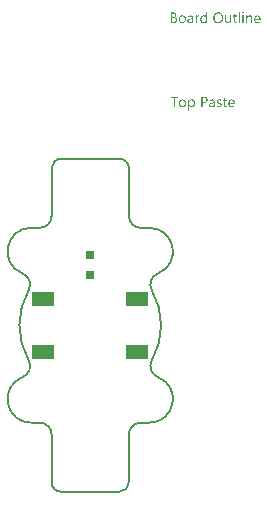
<source format=gtp>
G04*
G04 #@! TF.GenerationSoftware,Altium Limited,Altium Designer,21.8.1 (53)*
G04*
G04 Layer_Color=8421504*
%FSAX25Y25*%
%MOIN*%
G70*
G04*
G04 #@! TF.SameCoordinates,94FE2971-EC38-410B-9373-26AABD127CE3*
G04*
G04*
G04 #@! TF.FilePolarity,Positive*
G04*
G01*
G75*
%ADD10C,0.00787*%
%ADD15R,0.02756X0.02756*%
%ADD16R,0.07480X0.05118*%
G36*
X0050981Y0136890D02*
X0051006D01*
X0051061Y0136865D01*
X0051092Y0136846D01*
X0051123Y0136821D01*
X0051129Y0136815D01*
X0051135Y0136809D01*
X0051166Y0136772D01*
X0051191Y0136710D01*
X0051197Y0136673D01*
X0051204Y0136636D01*
Y0136629D01*
Y0136617D01*
X0051197Y0136599D01*
X0051191Y0136574D01*
X0051173Y0136512D01*
X0051148Y0136481D01*
X0051123Y0136450D01*
X0051117D01*
X0051111Y0136438D01*
X0051074Y0136413D01*
X0051018Y0136388D01*
X0050981Y0136382D01*
X0050944Y0136376D01*
X0050925D01*
X0050906Y0136382D01*
X0050882D01*
X0050820Y0136407D01*
X0050789Y0136419D01*
X0050758Y0136444D01*
Y0136450D01*
X0050745Y0136456D01*
X0050733Y0136475D01*
X0050721Y0136493D01*
X0050696Y0136555D01*
X0050690Y0136592D01*
X0050684Y0136636D01*
Y0136642D01*
Y0136654D01*
X0050690Y0136673D01*
X0050696Y0136704D01*
X0050715Y0136759D01*
X0050733Y0136791D01*
X0050758Y0136821D01*
X0050764Y0136828D01*
X0050770Y0136834D01*
X0050807Y0136858D01*
X0050869Y0136883D01*
X0050906Y0136896D01*
X0050962D01*
X0050981Y0136890D01*
D02*
G37*
G36*
X0038991Y0133225D02*
X0038588D01*
Y0133646D01*
X0038576D01*
Y0133640D01*
X0038564Y0133627D01*
X0038545Y0133603D01*
X0038526Y0133572D01*
X0038495Y0133535D01*
X0038458Y0133497D01*
X0038415Y0133454D01*
X0038366Y0133411D01*
X0038310Y0133361D01*
X0038242Y0133318D01*
X0038174Y0133281D01*
X0038093Y0133244D01*
X0038013Y0133213D01*
X0037920Y0133188D01*
X0037821Y0133176D01*
X0037716Y0133169D01*
X0037672D01*
X0037635Y0133176D01*
X0037598Y0133182D01*
X0037548Y0133188D01*
X0037443Y0133213D01*
X0037319Y0133250D01*
X0037196Y0133312D01*
X0037128Y0133349D01*
X0037072Y0133392D01*
X0037010Y0133448D01*
X0036954Y0133504D01*
Y0133510D01*
X0036942Y0133522D01*
X0036929Y0133541D01*
X0036911Y0133565D01*
X0036892Y0133596D01*
X0036867Y0133640D01*
X0036843Y0133689D01*
X0036818Y0133745D01*
X0036787Y0133807D01*
X0036762Y0133875D01*
X0036737Y0133949D01*
X0036719Y0134030D01*
X0036700Y0134116D01*
X0036688Y0134215D01*
X0036682Y0134315D01*
X0036676Y0134420D01*
Y0134426D01*
Y0134444D01*
Y0134482D01*
X0036682Y0134525D01*
X0036688Y0134574D01*
X0036694Y0134636D01*
X0036700Y0134704D01*
X0036713Y0134779D01*
X0036750Y0134940D01*
X0036806Y0135107D01*
X0036843Y0135187D01*
X0036886Y0135268D01*
X0036929Y0135342D01*
X0036985Y0135416D01*
X0036991Y0135423D01*
X0036998Y0135435D01*
X0037016Y0135453D01*
X0037041Y0135478D01*
X0037072Y0135503D01*
X0037115Y0135534D01*
X0037159Y0135571D01*
X0037208Y0135608D01*
X0037332Y0135676D01*
X0037474Y0135738D01*
X0037555Y0135757D01*
X0037641Y0135775D01*
X0037728Y0135788D01*
X0037827Y0135794D01*
X0037876D01*
X0037914Y0135788D01*
X0037951Y0135782D01*
X0038000Y0135775D01*
X0038112Y0135744D01*
X0038236Y0135695D01*
X0038297Y0135664D01*
X0038359Y0135620D01*
X0038421Y0135577D01*
X0038477Y0135521D01*
X0038526Y0135460D01*
X0038576Y0135385D01*
X0038588D01*
Y0136945D01*
X0038991D01*
Y0133225D01*
D02*
G37*
G36*
X0053259Y0135788D02*
X0053333Y0135782D01*
X0053426Y0135763D01*
X0053525Y0135732D01*
X0053630Y0135682D01*
X0053735Y0135614D01*
X0053779Y0135577D01*
X0053822Y0135528D01*
X0053834Y0135515D01*
X0053859Y0135478D01*
X0053890Y0135416D01*
X0053933Y0135330D01*
X0053970Y0135224D01*
X0054008Y0135094D01*
X0054032Y0134940D01*
X0054039Y0134760D01*
Y0133225D01*
X0053636D01*
Y0134655D01*
Y0134661D01*
Y0134692D01*
X0053630Y0134729D01*
Y0134779D01*
X0053618Y0134841D01*
X0053605Y0134909D01*
X0053587Y0134983D01*
X0053562Y0135057D01*
X0053531Y0135132D01*
X0053494Y0135200D01*
X0053444Y0135268D01*
X0053389Y0135330D01*
X0053327Y0135379D01*
X0053246Y0135416D01*
X0053160Y0135447D01*
X0053054Y0135453D01*
X0053042D01*
X0053005Y0135447D01*
X0052949Y0135441D01*
X0052881Y0135423D01*
X0052801Y0135398D01*
X0052714Y0135354D01*
X0052634Y0135299D01*
X0052553Y0135224D01*
X0052547Y0135212D01*
X0052522Y0135187D01*
X0052491Y0135138D01*
X0052454Y0135070D01*
X0052417Y0134989D01*
X0052386Y0134890D01*
X0052361Y0134779D01*
X0052355Y0134655D01*
Y0133225D01*
X0051953D01*
Y0135738D01*
X0052355D01*
Y0135317D01*
X0052367D01*
X0052373Y0135323D01*
X0052380Y0135336D01*
X0052398Y0135361D01*
X0052423Y0135391D01*
X0052448Y0135429D01*
X0052485Y0135466D01*
X0052528Y0135509D01*
X0052578Y0135559D01*
X0052634Y0135602D01*
X0052695Y0135645D01*
X0052763Y0135682D01*
X0052838Y0135720D01*
X0052912Y0135750D01*
X0052999Y0135775D01*
X0053092Y0135788D01*
X0053191Y0135794D01*
X0053228D01*
X0053259Y0135788D01*
D02*
G37*
G36*
X0036261Y0135775D02*
X0036335Y0135769D01*
X0036378Y0135757D01*
X0036410Y0135744D01*
Y0135330D01*
X0036403Y0135336D01*
X0036391Y0135342D01*
X0036366Y0135354D01*
X0036335Y0135373D01*
X0036292Y0135385D01*
X0036236Y0135398D01*
X0036174Y0135404D01*
X0036106Y0135410D01*
X0036094D01*
X0036063Y0135404D01*
X0036013Y0135398D01*
X0035958Y0135379D01*
X0035883Y0135348D01*
X0035815Y0135305D01*
X0035741Y0135243D01*
X0035673Y0135162D01*
X0035667Y0135150D01*
X0035648Y0135119D01*
X0035617Y0135063D01*
X0035586Y0134989D01*
X0035555Y0134896D01*
X0035524Y0134779D01*
X0035506Y0134649D01*
X0035500Y0134500D01*
Y0133225D01*
X0035097D01*
Y0135738D01*
X0035500D01*
Y0135218D01*
X0035512D01*
Y0135224D01*
X0035518Y0135231D01*
X0035530Y0135261D01*
X0035549Y0135311D01*
X0035580Y0135373D01*
X0035611Y0135435D01*
X0035660Y0135503D01*
X0035710Y0135571D01*
X0035772Y0135633D01*
X0035778Y0135639D01*
X0035803Y0135658D01*
X0035840Y0135682D01*
X0035890Y0135707D01*
X0035945Y0135732D01*
X0036013Y0135757D01*
X0036088Y0135775D01*
X0036168Y0135782D01*
X0036224D01*
X0036261Y0135775D01*
D02*
G37*
G36*
X0047001Y0133225D02*
X0046598D01*
Y0133621D01*
X0046586D01*
Y0133615D01*
X0046573Y0133603D01*
X0046561Y0133578D01*
X0046536Y0133553D01*
X0046481Y0133479D01*
X0046394Y0133398D01*
X0046344Y0133355D01*
X0046289Y0133312D01*
X0046227Y0133274D01*
X0046152Y0133237D01*
X0046078Y0133213D01*
X0045998Y0133188D01*
X0045905Y0133176D01*
X0045812Y0133169D01*
X0045775D01*
X0045732Y0133176D01*
X0045670Y0133188D01*
X0045602Y0133200D01*
X0045527Y0133225D01*
X0045447Y0133256D01*
X0045366Y0133306D01*
X0045280Y0133361D01*
X0045199Y0133429D01*
X0045125Y0133516D01*
X0045057Y0133621D01*
X0044995Y0133739D01*
X0044952Y0133881D01*
X0044927Y0134048D01*
X0044914Y0134135D01*
Y0134234D01*
Y0135738D01*
X0045311D01*
Y0134296D01*
Y0134290D01*
Y0134265D01*
X0045317Y0134222D01*
X0045323Y0134172D01*
X0045329Y0134110D01*
X0045342Y0134048D01*
X0045360Y0133974D01*
X0045385Y0133900D01*
X0045422Y0133825D01*
X0045459Y0133757D01*
X0045509Y0133689D01*
X0045571Y0133627D01*
X0045639Y0133578D01*
X0045719Y0133541D01*
X0045818Y0133510D01*
X0045924Y0133504D01*
X0045936D01*
X0045973Y0133510D01*
X0046029Y0133516D01*
X0046091Y0133528D01*
X0046171Y0133559D01*
X0046252Y0133596D01*
X0046332Y0133646D01*
X0046406Y0133720D01*
X0046413Y0133733D01*
X0046437Y0133757D01*
X0046468Y0133807D01*
X0046505Y0133875D01*
X0046536Y0133955D01*
X0046567Y0134055D01*
X0046592Y0134166D01*
X0046598Y0134290D01*
Y0135738D01*
X0047001D01*
Y0133225D01*
D02*
G37*
G36*
X0051135D02*
X0050733D01*
Y0135738D01*
X0051135D01*
Y0133225D01*
D02*
G37*
G36*
X0049916D02*
X0049514D01*
Y0136945D01*
X0049916D01*
Y0133225D01*
D02*
G37*
G36*
X0033537Y0135788D02*
X0033593Y0135782D01*
X0033661Y0135763D01*
X0033735Y0135744D01*
X0033816Y0135713D01*
X0033902Y0135676D01*
X0033983Y0135627D01*
X0034064Y0135565D01*
X0034138Y0135491D01*
X0034206Y0135398D01*
X0034262Y0135292D01*
X0034305Y0135169D01*
X0034330Y0135026D01*
X0034342Y0134859D01*
Y0133225D01*
X0033940D01*
Y0133615D01*
X0033927D01*
Y0133609D01*
X0033915Y0133596D01*
X0033902Y0133572D01*
X0033878Y0133547D01*
X0033816Y0133473D01*
X0033735Y0133392D01*
X0033624Y0133312D01*
X0033494Y0133237D01*
X0033413Y0133213D01*
X0033333Y0133188D01*
X0033246Y0133176D01*
X0033154Y0133169D01*
X0033116D01*
X0033092Y0133176D01*
X0033024Y0133182D01*
X0032943Y0133194D01*
X0032844Y0133219D01*
X0032751Y0133250D01*
X0032652Y0133299D01*
X0032566Y0133361D01*
X0032559Y0133374D01*
X0032535Y0133398D01*
X0032497Y0133442D01*
X0032460Y0133504D01*
X0032423Y0133578D01*
X0032386Y0133665D01*
X0032361Y0133770D01*
X0032355Y0133887D01*
Y0133894D01*
Y0133918D01*
X0032361Y0133955D01*
X0032367Y0133999D01*
X0032380Y0134055D01*
X0032398Y0134116D01*
X0032423Y0134185D01*
X0032460Y0134253D01*
X0032504Y0134327D01*
X0032559Y0134401D01*
X0032627Y0134469D01*
X0032708Y0134531D01*
X0032801Y0134593D01*
X0032912Y0134643D01*
X0033036Y0134680D01*
X0033184Y0134711D01*
X0033940Y0134816D01*
Y0134822D01*
Y0134841D01*
X0033933Y0134878D01*
Y0134915D01*
X0033921Y0134964D01*
X0033915Y0135020D01*
X0033878Y0135138D01*
X0033847Y0135193D01*
X0033816Y0135249D01*
X0033773Y0135305D01*
X0033723Y0135354D01*
X0033661Y0135398D01*
X0033593Y0135429D01*
X0033513Y0135447D01*
X0033420Y0135453D01*
X0033376D01*
X0033345Y0135447D01*
X0033302D01*
X0033259Y0135435D01*
X0033147Y0135416D01*
X0033024Y0135379D01*
X0032887Y0135323D01*
X0032813Y0135286D01*
X0032745Y0135249D01*
X0032671Y0135200D01*
X0032603Y0135144D01*
Y0135559D01*
X0032609D01*
X0032621Y0135571D01*
X0032640Y0135583D01*
X0032671Y0135596D01*
X0032702Y0135614D01*
X0032745Y0135633D01*
X0032794Y0135652D01*
X0032850Y0135676D01*
X0032974Y0135720D01*
X0033123Y0135757D01*
X0033283Y0135782D01*
X0033457Y0135794D01*
X0033494D01*
X0033537Y0135788D01*
D02*
G37*
G36*
X0027849Y0136735D02*
X0027892D01*
X0027935Y0136729D01*
X0028034Y0136716D01*
X0028152Y0136685D01*
X0028276Y0136648D01*
X0028393Y0136592D01*
X0028499Y0136518D01*
X0028505D01*
X0028511Y0136506D01*
X0028542Y0136481D01*
X0028585Y0136431D01*
X0028635Y0136363D01*
X0028678Y0136277D01*
X0028721Y0136178D01*
X0028752Y0136066D01*
X0028765Y0136004D01*
Y0135936D01*
Y0135930D01*
Y0135924D01*
Y0135887D01*
X0028759Y0135831D01*
X0028746Y0135763D01*
X0028728Y0135676D01*
X0028697Y0135590D01*
X0028660Y0135503D01*
X0028604Y0135416D01*
X0028598Y0135404D01*
X0028573Y0135379D01*
X0028536Y0135342D01*
X0028486Y0135292D01*
X0028424Y0135243D01*
X0028350Y0135187D01*
X0028257Y0135144D01*
X0028158Y0135101D01*
Y0135094D01*
X0028177D01*
X0028195Y0135088D01*
X0028214Y0135082D01*
X0028282Y0135070D01*
X0028363Y0135045D01*
X0028449Y0135008D01*
X0028542Y0134964D01*
X0028635Y0134903D01*
X0028721Y0134822D01*
X0028734Y0134810D01*
X0028759Y0134779D01*
X0028790Y0134735D01*
X0028833Y0134667D01*
X0028870Y0134581D01*
X0028907Y0134482D01*
X0028932Y0134364D01*
X0028938Y0134234D01*
Y0134228D01*
Y0134215D01*
Y0134191D01*
X0028932Y0134160D01*
X0028926Y0134123D01*
X0028920Y0134079D01*
X0028895Y0133974D01*
X0028858Y0133856D01*
X0028802Y0133733D01*
X0028765Y0133677D01*
X0028721Y0133615D01*
X0028666Y0133559D01*
X0028610Y0133504D01*
X0028604D01*
X0028598Y0133491D01*
X0028579Y0133479D01*
X0028554Y0133460D01*
X0028523Y0133442D01*
X0028480Y0133417D01*
X0028387Y0133367D01*
X0028270Y0133312D01*
X0028133Y0133268D01*
X0027972Y0133237D01*
X0027892Y0133231D01*
X0027799Y0133225D01*
X0026772D01*
Y0136741D01*
X0027818D01*
X0027849Y0136735D01*
D02*
G37*
G36*
X0048344Y0135738D02*
X0048981D01*
Y0135391D01*
X0048344D01*
Y0133974D01*
Y0133962D01*
Y0133931D01*
X0048350Y0133887D01*
X0048356Y0133832D01*
X0048381Y0133714D01*
X0048399Y0133658D01*
X0048430Y0133615D01*
X0048437Y0133609D01*
X0048449Y0133596D01*
X0048468Y0133584D01*
X0048499Y0133565D01*
X0048536Y0133541D01*
X0048585Y0133528D01*
X0048647Y0133516D01*
X0048715Y0133510D01*
X0048740D01*
X0048771Y0133516D01*
X0048808Y0133522D01*
X0048895Y0133547D01*
X0048938Y0133565D01*
X0048981Y0133590D01*
Y0133244D01*
X0048975D01*
X0048957Y0133231D01*
X0048926Y0133225D01*
X0048882Y0133213D01*
X0048827Y0133200D01*
X0048765Y0133188D01*
X0048690Y0133182D01*
X0048604Y0133176D01*
X0048573D01*
X0048542Y0133182D01*
X0048499Y0133188D01*
X0048449Y0133200D01*
X0048393Y0133213D01*
X0048338Y0133237D01*
X0048276Y0133268D01*
X0048214Y0133306D01*
X0048152Y0133355D01*
X0048096Y0133411D01*
X0048047Y0133485D01*
X0048003Y0133565D01*
X0047972Y0133665D01*
X0047948Y0133776D01*
X0047941Y0133906D01*
Y0135391D01*
X0047514D01*
Y0135738D01*
X0047941D01*
Y0136351D01*
X0048344Y0136481D01*
Y0135738D01*
D02*
G37*
G36*
X0055871Y0135788D02*
X0055914Y0135782D01*
X0055958Y0135775D01*
X0056069Y0135757D01*
X0056193Y0135713D01*
X0056317Y0135658D01*
X0056378Y0135620D01*
X0056440Y0135577D01*
X0056496Y0135528D01*
X0056552Y0135472D01*
X0056558Y0135466D01*
X0056564Y0135460D01*
X0056577Y0135441D01*
X0056595Y0135416D01*
X0056614Y0135379D01*
X0056638Y0135342D01*
X0056663Y0135299D01*
X0056688Y0135243D01*
X0056713Y0135181D01*
X0056737Y0135119D01*
X0056762Y0135045D01*
X0056781Y0134964D01*
X0056799Y0134878D01*
X0056812Y0134791D01*
X0056824Y0134692D01*
Y0134587D01*
Y0134376D01*
X0055048D01*
Y0134370D01*
Y0134358D01*
Y0134339D01*
X0055054Y0134308D01*
X0055060Y0134271D01*
Y0134234D01*
X0055079Y0134135D01*
X0055110Y0134036D01*
X0055147Y0133924D01*
X0055202Y0133819D01*
X0055270Y0133726D01*
X0055283Y0133714D01*
X0055308Y0133689D01*
X0055357Y0133658D01*
X0055425Y0133615D01*
X0055512Y0133572D01*
X0055611Y0133541D01*
X0055729Y0133516D01*
X0055865Y0133504D01*
X0055908D01*
X0055939Y0133510D01*
X0055976D01*
X0056019Y0133516D01*
X0056125Y0133541D01*
X0056242Y0133572D01*
X0056372Y0133621D01*
X0056508Y0133689D01*
X0056577Y0133733D01*
X0056645Y0133782D01*
Y0133405D01*
X0056638D01*
X0056632Y0133392D01*
X0056614Y0133386D01*
X0056583Y0133367D01*
X0056552Y0133349D01*
X0056515Y0133330D01*
X0056465Y0133312D01*
X0056416Y0133287D01*
X0056354Y0133262D01*
X0056286Y0133244D01*
X0056137Y0133206D01*
X0055964Y0133182D01*
X0055772Y0133169D01*
X0055722D01*
X0055685Y0133176D01*
X0055642Y0133182D01*
X0055586Y0133188D01*
X0055468Y0133213D01*
X0055332Y0133250D01*
X0055196Y0133312D01*
X0055128Y0133355D01*
X0055060Y0133398D01*
X0054998Y0133448D01*
X0054936Y0133510D01*
X0054930Y0133516D01*
X0054924Y0133528D01*
X0054911Y0133547D01*
X0054887Y0133572D01*
X0054868Y0133609D01*
X0054843Y0133652D01*
X0054812Y0133702D01*
X0054788Y0133757D01*
X0054757Y0133819D01*
X0054732Y0133894D01*
X0054701Y0133974D01*
X0054682Y0134061D01*
X0054664Y0134153D01*
X0054645Y0134253D01*
X0054639Y0134358D01*
X0054633Y0134469D01*
Y0134475D01*
Y0134494D01*
Y0134525D01*
X0054639Y0134568D01*
X0054645Y0134618D01*
X0054651Y0134674D01*
X0054658Y0134742D01*
X0054676Y0134810D01*
X0054713Y0134958D01*
X0054769Y0135119D01*
X0054806Y0135200D01*
X0054856Y0135274D01*
X0054905Y0135354D01*
X0054961Y0135423D01*
X0054967Y0135429D01*
X0054979Y0135441D01*
X0054998Y0135460D01*
X0055023Y0135478D01*
X0055054Y0135509D01*
X0055091Y0135540D01*
X0055140Y0135571D01*
X0055190Y0135608D01*
X0055308Y0135676D01*
X0055450Y0135738D01*
X0055530Y0135757D01*
X0055611Y0135775D01*
X0055698Y0135788D01*
X0055790Y0135794D01*
X0055840D01*
X0055871Y0135788D01*
D02*
G37*
G36*
X0042829Y0136797D02*
X0042890Y0136791D01*
X0042965Y0136778D01*
X0043045Y0136759D01*
X0043132Y0136741D01*
X0043218Y0136716D01*
X0043317Y0136685D01*
X0043410Y0136642D01*
X0043509Y0136592D01*
X0043608Y0136537D01*
X0043701Y0136469D01*
X0043794Y0136394D01*
X0043881Y0136308D01*
X0043887Y0136301D01*
X0043899Y0136283D01*
X0043924Y0136258D01*
X0043949Y0136221D01*
X0043986Y0136171D01*
X0044023Y0136109D01*
X0044060Y0136041D01*
X0044104Y0135967D01*
X0044147Y0135874D01*
X0044184Y0135782D01*
X0044221Y0135676D01*
X0044258Y0135559D01*
X0044283Y0135441D01*
X0044308Y0135311D01*
X0044320Y0135169D01*
X0044326Y0135026D01*
Y0135014D01*
Y0134989D01*
Y0134946D01*
X0044320Y0134884D01*
X0044314Y0134810D01*
X0044302Y0134729D01*
X0044289Y0134636D01*
X0044271Y0134531D01*
X0044246Y0134426D01*
X0044215Y0134315D01*
X0044178Y0134203D01*
X0044135Y0134092D01*
X0044079Y0133974D01*
X0044017Y0133869D01*
X0043949Y0133764D01*
X0043868Y0133665D01*
X0043862Y0133658D01*
X0043850Y0133646D01*
X0043819Y0133621D01*
X0043788Y0133590D01*
X0043738Y0133547D01*
X0043683Y0133510D01*
X0043621Y0133460D01*
X0043547Y0133417D01*
X0043466Y0133374D01*
X0043373Y0133324D01*
X0043274Y0133287D01*
X0043163Y0133250D01*
X0043045Y0133213D01*
X0042921Y0133188D01*
X0042791Y0133176D01*
X0042649Y0133169D01*
X0042618D01*
X0042575Y0133176D01*
X0042525D01*
X0042463Y0133182D01*
X0042389Y0133194D01*
X0042309Y0133213D01*
X0042216Y0133231D01*
X0042123Y0133256D01*
X0042024Y0133287D01*
X0041925Y0133330D01*
X0041826Y0133374D01*
X0041727Y0133429D01*
X0041628Y0133497D01*
X0041535Y0133572D01*
X0041448Y0133658D01*
X0041442Y0133665D01*
X0041430Y0133683D01*
X0041405Y0133708D01*
X0041380Y0133745D01*
X0041343Y0133794D01*
X0041306Y0133856D01*
X0041269Y0133924D01*
X0041225Y0134005D01*
X0041182Y0134092D01*
X0041145Y0134185D01*
X0041108Y0134290D01*
X0041071Y0134407D01*
X0041046Y0134525D01*
X0041021Y0134655D01*
X0041009Y0134797D01*
X0041003Y0134940D01*
Y0134952D01*
Y0134977D01*
X0041009Y0135020D01*
Y0135082D01*
X0041015Y0135150D01*
X0041027Y0135237D01*
X0041040Y0135330D01*
X0041058Y0135429D01*
X0041083Y0135534D01*
X0041114Y0135645D01*
X0041151Y0135757D01*
X0041194Y0135868D01*
X0041250Y0135980D01*
X0041312Y0136091D01*
X0041380Y0136196D01*
X0041460Y0136295D01*
X0041467Y0136301D01*
X0041479Y0136320D01*
X0041510Y0136345D01*
X0041547Y0136376D01*
X0041590Y0136413D01*
X0041646Y0136456D01*
X0041714Y0136500D01*
X0041789Y0136549D01*
X0041875Y0136599D01*
X0041968Y0136642D01*
X0042067Y0136685D01*
X0042179Y0136722D01*
X0042302Y0136753D01*
X0042432Y0136784D01*
X0042568Y0136797D01*
X0042711Y0136803D01*
X0042779D01*
X0042829Y0136797D01*
D02*
G37*
G36*
X0030801Y0135788D02*
X0030845Y0135782D01*
X0030900Y0135775D01*
X0031024Y0135750D01*
X0031167Y0135707D01*
X0031309Y0135645D01*
X0031383Y0135608D01*
X0031451Y0135565D01*
X0031519Y0135509D01*
X0031581Y0135447D01*
X0031587Y0135441D01*
X0031594Y0135429D01*
X0031612Y0135410D01*
X0031631Y0135385D01*
X0031656Y0135348D01*
X0031680Y0135305D01*
X0031711Y0135255D01*
X0031742Y0135200D01*
X0031767Y0135132D01*
X0031798Y0135063D01*
X0031823Y0134983D01*
X0031847Y0134896D01*
X0031866Y0134803D01*
X0031885Y0134704D01*
X0031891Y0134599D01*
X0031897Y0134488D01*
Y0134482D01*
Y0134463D01*
Y0134432D01*
X0031891Y0134389D01*
X0031885Y0134339D01*
X0031878Y0134277D01*
X0031866Y0134215D01*
X0031854Y0134141D01*
X0031817Y0133993D01*
X0031755Y0133832D01*
X0031718Y0133751D01*
X0031668Y0133671D01*
X0031618Y0133596D01*
X0031556Y0133528D01*
X0031550Y0133522D01*
X0031538Y0133516D01*
X0031519Y0133497D01*
X0031495Y0133473D01*
X0031457Y0133448D01*
X0031420Y0133417D01*
X0031371Y0133380D01*
X0031315Y0133349D01*
X0031253Y0133318D01*
X0031185Y0133281D01*
X0031111Y0133250D01*
X0031030Y0133225D01*
X0030944Y0133200D01*
X0030851Y0133188D01*
X0030752Y0133176D01*
X0030647Y0133169D01*
X0030591D01*
X0030554Y0133176D01*
X0030510Y0133182D01*
X0030455Y0133188D01*
X0030393Y0133200D01*
X0030325Y0133213D01*
X0030182Y0133256D01*
X0030034Y0133318D01*
X0029959Y0133355D01*
X0029891Y0133405D01*
X0029823Y0133454D01*
X0029755Y0133516D01*
X0029749Y0133522D01*
X0029743Y0133535D01*
X0029724Y0133553D01*
X0029706Y0133578D01*
X0029681Y0133615D01*
X0029650Y0133658D01*
X0029619Y0133708D01*
X0029594Y0133764D01*
X0029563Y0133832D01*
X0029532Y0133900D01*
X0029501Y0133974D01*
X0029477Y0134061D01*
X0029439Y0134246D01*
X0029433Y0134345D01*
X0029427Y0134451D01*
Y0134457D01*
Y0134482D01*
Y0134512D01*
X0029433Y0134556D01*
X0029439Y0134605D01*
X0029446Y0134667D01*
X0029458Y0134735D01*
X0029471Y0134810D01*
X0029508Y0134971D01*
X0029570Y0135132D01*
X0029613Y0135212D01*
X0029656Y0135292D01*
X0029706Y0135367D01*
X0029768Y0135435D01*
X0029774Y0135441D01*
X0029786Y0135453D01*
X0029805Y0135466D01*
X0029829Y0135491D01*
X0029867Y0135515D01*
X0029910Y0135546D01*
X0029959Y0135583D01*
X0030015Y0135614D01*
X0030077Y0135645D01*
X0030151Y0135682D01*
X0030226Y0135713D01*
X0030312Y0135738D01*
X0030399Y0135763D01*
X0030498Y0135782D01*
X0030603Y0135788D01*
X0030709Y0135794D01*
X0030764D01*
X0030801Y0135788D01*
D02*
G37*
G36*
X0034014Y0107749D02*
X0034057Y0107743D01*
X0034101Y0107737D01*
X0034212Y0107712D01*
X0034336Y0107675D01*
X0034460Y0107613D01*
X0034521Y0107576D01*
X0034583Y0107527D01*
X0034639Y0107477D01*
X0034695Y0107415D01*
X0034701Y0107409D01*
X0034707Y0107403D01*
X0034720Y0107378D01*
X0034738Y0107353D01*
X0034757Y0107322D01*
X0034782Y0107279D01*
X0034806Y0107229D01*
X0034831Y0107180D01*
X0034856Y0107118D01*
X0034881Y0107050D01*
X0034905Y0106976D01*
X0034924Y0106895D01*
X0034955Y0106716D01*
X0034967Y0106617D01*
Y0106511D01*
Y0106505D01*
Y0106487D01*
Y0106449D01*
X0034961Y0106406D01*
Y0106357D01*
X0034949Y0106295D01*
X0034942Y0106227D01*
X0034930Y0106152D01*
X0034893Y0105991D01*
X0034837Y0105824D01*
X0034800Y0105744D01*
X0034763Y0105663D01*
X0034713Y0105583D01*
X0034658Y0105509D01*
X0034651Y0105502D01*
X0034645Y0105490D01*
X0034627Y0105472D01*
X0034602Y0105453D01*
X0034571Y0105422D01*
X0034534Y0105391D01*
X0034491Y0105354D01*
X0034441Y0105323D01*
X0034385Y0105286D01*
X0034323Y0105249D01*
X0034175Y0105193D01*
X0034094Y0105168D01*
X0034014Y0105150D01*
X0033921Y0105137D01*
X0033822Y0105131D01*
X0033773D01*
X0033742Y0105137D01*
X0033698Y0105143D01*
X0033655Y0105156D01*
X0033544Y0105181D01*
X0033426Y0105230D01*
X0033358Y0105267D01*
X0033296Y0105304D01*
X0033234Y0105354D01*
X0033178Y0105410D01*
X0033116Y0105472D01*
X0033067Y0105546D01*
X0033055D01*
Y0104035D01*
X0032652D01*
Y0107700D01*
X0033055D01*
Y0107254D01*
X0033067D01*
X0033073Y0107260D01*
X0033079Y0107279D01*
X0033098Y0107304D01*
X0033123Y0107335D01*
X0033154Y0107372D01*
X0033191Y0107415D01*
X0033234Y0107458D01*
X0033290Y0107508D01*
X0033345Y0107551D01*
X0033407Y0107595D01*
X0033482Y0107638D01*
X0033556Y0107675D01*
X0033643Y0107712D01*
X0033735Y0107737D01*
X0033828Y0107749D01*
X0033933Y0107756D01*
X0033983D01*
X0034014Y0107749D01*
D02*
G37*
G36*
X0043287D02*
X0043367Y0107743D01*
X0043454Y0107731D01*
X0043553Y0107706D01*
X0043652Y0107681D01*
X0043751Y0107644D01*
Y0107236D01*
X0043738Y0107242D01*
X0043701Y0107267D01*
X0043646Y0107291D01*
X0043571Y0107328D01*
X0043479Y0107360D01*
X0043367Y0107390D01*
X0043243Y0107409D01*
X0043113Y0107415D01*
X0043045D01*
X0042983Y0107403D01*
X0042909Y0107390D01*
X0042903D01*
X0042897Y0107384D01*
X0042860Y0107372D01*
X0042810Y0107347D01*
X0042754Y0107316D01*
X0042742Y0107310D01*
X0042717Y0107285D01*
X0042686Y0107248D01*
X0042655Y0107205D01*
X0042649Y0107192D01*
X0042637Y0107161D01*
X0042624Y0107118D01*
X0042618Y0107062D01*
Y0107056D01*
Y0107044D01*
Y0107025D01*
X0042624Y0107007D01*
X0042637Y0106951D01*
X0042655Y0106895D01*
X0042661Y0106883D01*
X0042680Y0106858D01*
X0042717Y0106821D01*
X0042760Y0106778D01*
X0042767D01*
X0042773Y0106771D01*
X0042810Y0106747D01*
X0042860Y0106716D01*
X0042928Y0106685D01*
X0042934D01*
X0042946Y0106679D01*
X0042965Y0106672D01*
X0042996Y0106660D01*
X0043064Y0106635D01*
X0043150Y0106598D01*
X0043157D01*
X0043181Y0106586D01*
X0043212Y0106573D01*
X0043249Y0106561D01*
X0043349Y0106518D01*
X0043448Y0106468D01*
X0043454D01*
X0043472Y0106456D01*
X0043497Y0106443D01*
X0043528Y0106425D01*
X0043602Y0106375D01*
X0043676Y0106313D01*
X0043683Y0106307D01*
X0043695Y0106301D01*
X0043707Y0106282D01*
X0043732Y0106258D01*
X0043776Y0106196D01*
X0043819Y0106115D01*
Y0106109D01*
X0043825Y0106097D01*
X0043837Y0106072D01*
X0043844Y0106041D01*
X0043856Y0106004D01*
X0043862Y0105961D01*
X0043868Y0105855D01*
Y0105849D01*
Y0105824D01*
X0043862Y0105787D01*
X0043856Y0105744D01*
X0043850Y0105694D01*
X0043831Y0105639D01*
X0043813Y0105589D01*
X0043782Y0105533D01*
X0043776Y0105527D01*
X0043769Y0105509D01*
X0043751Y0105484D01*
X0043726Y0105453D01*
X0043695Y0105416D01*
X0043658Y0105379D01*
X0043565Y0105304D01*
X0043559Y0105298D01*
X0043540Y0105292D01*
X0043516Y0105273D01*
X0043472Y0105255D01*
X0043429Y0105230D01*
X0043373Y0105211D01*
X0043317Y0105193D01*
X0043249Y0105174D01*
X0043243D01*
X0043218Y0105168D01*
X0043181Y0105162D01*
X0043138Y0105156D01*
X0043076Y0105143D01*
X0043014Y0105137D01*
X0042872Y0105131D01*
X0042810D01*
X0042736Y0105137D01*
X0042643Y0105150D01*
X0042538Y0105168D01*
X0042426Y0105193D01*
X0042315Y0105224D01*
X0042203Y0105273D01*
Y0105707D01*
X0042210D01*
X0042216Y0105694D01*
X0042234Y0105682D01*
X0042259Y0105670D01*
X0042327Y0105632D01*
X0042420Y0105589D01*
X0042525Y0105540D01*
X0042649Y0105502D01*
X0042785Y0105478D01*
X0042928Y0105465D01*
X0042977D01*
X0043008Y0105472D01*
X0043095Y0105484D01*
X0043194Y0105509D01*
X0043287Y0105552D01*
X0043330Y0105583D01*
X0043373Y0105614D01*
X0043404Y0105657D01*
X0043429Y0105701D01*
X0043448Y0105756D01*
X0043454Y0105818D01*
Y0105824D01*
Y0105837D01*
Y0105855D01*
X0043448Y0105874D01*
X0043435Y0105930D01*
X0043410Y0105985D01*
Y0105991D01*
X0043404Y0105998D01*
X0043379Y0106029D01*
X0043342Y0106072D01*
X0043287Y0106109D01*
X0043280D01*
X0043274Y0106122D01*
X0043237Y0106140D01*
X0043181Y0106177D01*
X0043107Y0106208D01*
X0043101D01*
X0043088Y0106214D01*
X0043070Y0106227D01*
X0043039Y0106239D01*
X0042971Y0106264D01*
X0042884Y0106301D01*
X0042878D01*
X0042853Y0106313D01*
X0042822Y0106326D01*
X0042785Y0106338D01*
X0042686Y0106381D01*
X0042587Y0106431D01*
X0042581Y0106437D01*
X0042568Y0106443D01*
X0042544Y0106456D01*
X0042513Y0106474D01*
X0042445Y0106524D01*
X0042377Y0106579D01*
X0042370Y0106586D01*
X0042364Y0106592D01*
X0042346Y0106611D01*
X0042327Y0106635D01*
X0042284Y0106697D01*
X0042247Y0106771D01*
Y0106778D01*
X0042241Y0106790D01*
X0042234Y0106815D01*
X0042228Y0106846D01*
X0042222Y0106883D01*
X0042216Y0106926D01*
X0042210Y0107031D01*
Y0107038D01*
Y0107062D01*
X0042216Y0107093D01*
X0042222Y0107137D01*
X0042228Y0107186D01*
X0042247Y0107236D01*
X0042265Y0107291D01*
X0042290Y0107341D01*
X0042296Y0107347D01*
X0042302Y0107366D01*
X0042321Y0107390D01*
X0042346Y0107421D01*
X0042414Y0107496D01*
X0042500Y0107570D01*
X0042507Y0107576D01*
X0042525Y0107582D01*
X0042550Y0107601D01*
X0042593Y0107620D01*
X0042637Y0107644D01*
X0042686Y0107669D01*
X0042810Y0107706D01*
X0042816D01*
X0042841Y0107712D01*
X0042872Y0107725D01*
X0042921Y0107731D01*
X0042971Y0107743D01*
X0043033Y0107749D01*
X0043169Y0107756D01*
X0043225D01*
X0043287Y0107749D01*
D02*
G37*
G36*
X0040792D02*
X0040848Y0107743D01*
X0040916Y0107725D01*
X0040990Y0107706D01*
X0041071Y0107675D01*
X0041157Y0107638D01*
X0041238Y0107589D01*
X0041318Y0107527D01*
X0041392Y0107452D01*
X0041460Y0107360D01*
X0041516Y0107254D01*
X0041560Y0107130D01*
X0041584Y0106988D01*
X0041597Y0106821D01*
Y0105187D01*
X0041194D01*
Y0105577D01*
X0041182D01*
Y0105571D01*
X0041170Y0105558D01*
X0041157Y0105533D01*
X0041133Y0105509D01*
X0041071Y0105434D01*
X0040990Y0105354D01*
X0040879Y0105273D01*
X0040749Y0105199D01*
X0040668Y0105174D01*
X0040588Y0105150D01*
X0040501Y0105137D01*
X0040408Y0105131D01*
X0040371D01*
X0040346Y0105137D01*
X0040278Y0105143D01*
X0040198Y0105156D01*
X0040099Y0105181D01*
X0040006Y0105211D01*
X0039907Y0105261D01*
X0039820Y0105323D01*
X0039814Y0105335D01*
X0039789Y0105360D01*
X0039752Y0105403D01*
X0039715Y0105465D01*
X0039678Y0105540D01*
X0039641Y0105626D01*
X0039616Y0105731D01*
X0039610Y0105849D01*
Y0105855D01*
Y0105880D01*
X0039616Y0105917D01*
X0039622Y0105961D01*
X0039634Y0106016D01*
X0039653Y0106078D01*
X0039678Y0106146D01*
X0039715Y0106214D01*
X0039758Y0106289D01*
X0039814Y0106363D01*
X0039882Y0106431D01*
X0039963Y0106493D01*
X0040055Y0106555D01*
X0040167Y0106604D01*
X0040291Y0106641D01*
X0040439Y0106672D01*
X0041194Y0106778D01*
Y0106784D01*
Y0106802D01*
X0041188Y0106840D01*
Y0106877D01*
X0041176Y0106926D01*
X0041170Y0106982D01*
X0041133Y0107099D01*
X0041102Y0107155D01*
X0041071Y0107211D01*
X0041027Y0107267D01*
X0040978Y0107316D01*
X0040916Y0107360D01*
X0040848Y0107390D01*
X0040767Y0107409D01*
X0040674Y0107415D01*
X0040631D01*
X0040600Y0107409D01*
X0040557D01*
X0040514Y0107397D01*
X0040402Y0107378D01*
X0040278Y0107341D01*
X0040142Y0107285D01*
X0040068Y0107248D01*
X0040000Y0107211D01*
X0039925Y0107161D01*
X0039857Y0107106D01*
Y0107520D01*
X0039863D01*
X0039876Y0107533D01*
X0039895Y0107545D01*
X0039925Y0107557D01*
X0039956Y0107576D01*
X0040000Y0107595D01*
X0040049Y0107613D01*
X0040105Y0107638D01*
X0040229Y0107681D01*
X0040377Y0107719D01*
X0040538Y0107743D01*
X0040712Y0107756D01*
X0040749D01*
X0040792Y0107749D01*
D02*
G37*
G36*
X0038093Y0108696D02*
X0038143D01*
X0038192Y0108690D01*
X0038322Y0108666D01*
X0038458Y0108635D01*
X0038607Y0108585D01*
X0038749Y0108517D01*
X0038811Y0108474D01*
X0038873Y0108424D01*
X0038879D01*
X0038886Y0108412D01*
X0038904Y0108393D01*
X0038923Y0108375D01*
X0038972Y0108313D01*
X0039034Y0108226D01*
X0039090Y0108115D01*
X0039139Y0107985D01*
X0039176Y0107830D01*
X0039183Y0107743D01*
X0039189Y0107650D01*
Y0107644D01*
Y0107626D01*
Y0107601D01*
X0039183Y0107570D01*
X0039176Y0107527D01*
X0039170Y0107477D01*
X0039145Y0107360D01*
X0039102Y0107229D01*
X0039040Y0107093D01*
X0039003Y0107025D01*
X0038960Y0106957D01*
X0038904Y0106889D01*
X0038842Y0106827D01*
X0038836Y0106821D01*
X0038824Y0106815D01*
X0038805Y0106796D01*
X0038780Y0106778D01*
X0038743Y0106753D01*
X0038700Y0106728D01*
X0038650Y0106697D01*
X0038594Y0106672D01*
X0038533Y0106641D01*
X0038465Y0106611D01*
X0038384Y0106586D01*
X0038304Y0106561D01*
X0038118Y0106524D01*
X0038019Y0106518D01*
X0037914Y0106511D01*
X0037449D01*
Y0105187D01*
X0037035D01*
Y0108703D01*
X0038056D01*
X0038093Y0108696D01*
D02*
G37*
G36*
X0029210Y0108331D02*
X0028195D01*
Y0105187D01*
X0027787D01*
Y0108331D01*
X0026772D01*
Y0108703D01*
X0029210D01*
Y0108331D01*
D02*
G37*
G36*
X0045020Y0107700D02*
X0045657D01*
Y0107353D01*
X0045020D01*
Y0105936D01*
Y0105923D01*
Y0105892D01*
X0045026Y0105849D01*
X0045032Y0105793D01*
X0045057Y0105676D01*
X0045076Y0105620D01*
X0045106Y0105577D01*
X0045113Y0105571D01*
X0045125Y0105558D01*
X0045144Y0105546D01*
X0045175Y0105527D01*
X0045212Y0105502D01*
X0045261Y0105490D01*
X0045323Y0105478D01*
X0045391Y0105472D01*
X0045416D01*
X0045447Y0105478D01*
X0045484Y0105484D01*
X0045571Y0105509D01*
X0045614Y0105527D01*
X0045657Y0105552D01*
Y0105205D01*
X0045651D01*
X0045633Y0105193D01*
X0045602Y0105187D01*
X0045558Y0105174D01*
X0045503Y0105162D01*
X0045441Y0105150D01*
X0045366Y0105143D01*
X0045280Y0105137D01*
X0045249D01*
X0045218Y0105143D01*
X0045175Y0105150D01*
X0045125Y0105162D01*
X0045069Y0105174D01*
X0045014Y0105199D01*
X0044952Y0105230D01*
X0044890Y0105267D01*
X0044828Y0105317D01*
X0044772Y0105373D01*
X0044723Y0105447D01*
X0044679Y0105527D01*
X0044648Y0105626D01*
X0044624Y0105738D01*
X0044617Y0105868D01*
Y0107353D01*
X0044190D01*
Y0107700D01*
X0044617D01*
Y0108313D01*
X0045020Y0108443D01*
Y0107700D01*
D02*
G37*
G36*
X0047261Y0107749D02*
X0047304Y0107743D01*
X0047347Y0107737D01*
X0047459Y0107719D01*
X0047582Y0107675D01*
X0047706Y0107620D01*
X0047768Y0107582D01*
X0047830Y0107539D01*
X0047886Y0107490D01*
X0047941Y0107434D01*
X0047948Y0107428D01*
X0047954Y0107421D01*
X0047966Y0107403D01*
X0047985Y0107378D01*
X0048003Y0107341D01*
X0048028Y0107304D01*
X0048053Y0107260D01*
X0048078Y0107205D01*
X0048102Y0107143D01*
X0048127Y0107081D01*
X0048152Y0107007D01*
X0048171Y0106926D01*
X0048189Y0106840D01*
X0048201Y0106753D01*
X0048214Y0106654D01*
Y0106549D01*
Y0106338D01*
X0046437D01*
Y0106332D01*
Y0106320D01*
Y0106301D01*
X0046444Y0106270D01*
X0046450Y0106233D01*
Y0106196D01*
X0046468Y0106097D01*
X0046499Y0105998D01*
X0046536Y0105886D01*
X0046592Y0105781D01*
X0046660Y0105688D01*
X0046672Y0105676D01*
X0046697Y0105651D01*
X0046747Y0105620D01*
X0046815Y0105577D01*
X0046902Y0105533D01*
X0047001Y0105502D01*
X0047118Y0105478D01*
X0047254Y0105465D01*
X0047298D01*
X0047329Y0105472D01*
X0047366D01*
X0047409Y0105478D01*
X0047514Y0105502D01*
X0047632Y0105533D01*
X0047762Y0105583D01*
X0047898Y0105651D01*
X0047966Y0105694D01*
X0048034Y0105744D01*
Y0105366D01*
X0048028D01*
X0048022Y0105354D01*
X0048003Y0105348D01*
X0047972Y0105329D01*
X0047941Y0105311D01*
X0047904Y0105292D01*
X0047855Y0105273D01*
X0047805Y0105249D01*
X0047743Y0105224D01*
X0047675Y0105205D01*
X0047527Y0105168D01*
X0047353Y0105143D01*
X0047161Y0105131D01*
X0047112D01*
X0047075Y0105137D01*
X0047032Y0105143D01*
X0046976Y0105150D01*
X0046858Y0105174D01*
X0046722Y0105211D01*
X0046586Y0105273D01*
X0046518Y0105317D01*
X0046450Y0105360D01*
X0046388Y0105410D01*
X0046326Y0105472D01*
X0046320Y0105478D01*
X0046314Y0105490D01*
X0046301Y0105509D01*
X0046276Y0105533D01*
X0046258Y0105571D01*
X0046233Y0105614D01*
X0046202Y0105663D01*
X0046177Y0105719D01*
X0046146Y0105781D01*
X0046122Y0105855D01*
X0046091Y0105936D01*
X0046072Y0106022D01*
X0046053Y0106115D01*
X0046035Y0106214D01*
X0046029Y0106320D01*
X0046023Y0106431D01*
Y0106437D01*
Y0106456D01*
Y0106487D01*
X0046029Y0106530D01*
X0046035Y0106579D01*
X0046041Y0106635D01*
X0046047Y0106703D01*
X0046066Y0106771D01*
X0046103Y0106920D01*
X0046159Y0107081D01*
X0046196Y0107161D01*
X0046245Y0107236D01*
X0046295Y0107316D01*
X0046351Y0107384D01*
X0046357Y0107390D01*
X0046369Y0107403D01*
X0046388Y0107421D01*
X0046413Y0107440D01*
X0046444Y0107471D01*
X0046481Y0107502D01*
X0046530Y0107533D01*
X0046580Y0107570D01*
X0046697Y0107638D01*
X0046840Y0107700D01*
X0046920Y0107719D01*
X0047001Y0107737D01*
X0047087Y0107749D01*
X0047180Y0107756D01*
X0047230D01*
X0047261Y0107749D01*
D02*
G37*
G36*
X0030913D02*
X0030956Y0107743D01*
X0031012Y0107737D01*
X0031136Y0107712D01*
X0031278Y0107669D01*
X0031420Y0107607D01*
X0031495Y0107570D01*
X0031563Y0107527D01*
X0031631Y0107471D01*
X0031693Y0107409D01*
X0031699Y0107403D01*
X0031705Y0107390D01*
X0031724Y0107372D01*
X0031742Y0107347D01*
X0031767Y0107310D01*
X0031792Y0107267D01*
X0031823Y0107217D01*
X0031854Y0107161D01*
X0031878Y0107093D01*
X0031909Y0107025D01*
X0031934Y0106945D01*
X0031959Y0106858D01*
X0031977Y0106765D01*
X0031996Y0106666D01*
X0032002Y0106561D01*
X0032008Y0106449D01*
Y0106443D01*
Y0106425D01*
Y0106394D01*
X0032002Y0106351D01*
X0031996Y0106301D01*
X0031990Y0106239D01*
X0031977Y0106177D01*
X0031965Y0106103D01*
X0031928Y0105954D01*
X0031866Y0105793D01*
X0031829Y0105713D01*
X0031779Y0105632D01*
X0031730Y0105558D01*
X0031668Y0105490D01*
X0031662Y0105484D01*
X0031649Y0105478D01*
X0031631Y0105459D01*
X0031606Y0105434D01*
X0031569Y0105410D01*
X0031532Y0105379D01*
X0031482Y0105341D01*
X0031427Y0105311D01*
X0031365Y0105280D01*
X0031297Y0105243D01*
X0031222Y0105211D01*
X0031142Y0105187D01*
X0031055Y0105162D01*
X0030962Y0105150D01*
X0030863Y0105137D01*
X0030758Y0105131D01*
X0030702D01*
X0030665Y0105137D01*
X0030622Y0105143D01*
X0030566Y0105150D01*
X0030504Y0105162D01*
X0030436Y0105174D01*
X0030294Y0105218D01*
X0030145Y0105280D01*
X0030071Y0105317D01*
X0030003Y0105366D01*
X0029935Y0105416D01*
X0029867Y0105478D01*
X0029860Y0105484D01*
X0029854Y0105496D01*
X0029836Y0105515D01*
X0029817Y0105540D01*
X0029792Y0105577D01*
X0029761Y0105620D01*
X0029730Y0105670D01*
X0029706Y0105725D01*
X0029675Y0105793D01*
X0029644Y0105861D01*
X0029613Y0105936D01*
X0029588Y0106022D01*
X0029551Y0106208D01*
X0029545Y0106307D01*
X0029539Y0106412D01*
Y0106419D01*
Y0106443D01*
Y0106474D01*
X0029545Y0106518D01*
X0029551Y0106567D01*
X0029557Y0106629D01*
X0029570Y0106697D01*
X0029582Y0106771D01*
X0029619Y0106932D01*
X0029681Y0107093D01*
X0029724Y0107174D01*
X0029768Y0107254D01*
X0029817Y0107328D01*
X0029879Y0107397D01*
X0029885Y0107403D01*
X0029898Y0107415D01*
X0029916Y0107428D01*
X0029941Y0107452D01*
X0029978Y0107477D01*
X0030021Y0107508D01*
X0030071Y0107545D01*
X0030127Y0107576D01*
X0030189Y0107607D01*
X0030263Y0107644D01*
X0030337Y0107675D01*
X0030424Y0107700D01*
X0030510Y0107725D01*
X0030609Y0107743D01*
X0030715Y0107749D01*
X0030820Y0107756D01*
X0030876D01*
X0030913Y0107749D01*
D02*
G37*
%LPC*%
G36*
X0037876Y0135453D02*
X0037839D01*
X0037815Y0135447D01*
X0037747Y0135441D01*
X0037666Y0135423D01*
X0037573Y0135385D01*
X0037474Y0135336D01*
X0037381Y0135274D01*
X0037338Y0135231D01*
X0037295Y0135181D01*
X0037288Y0135169D01*
X0037264Y0135132D01*
X0037227Y0135070D01*
X0037189Y0134989D01*
X0037152Y0134884D01*
X0037115Y0134754D01*
X0037090Y0134605D01*
X0037084Y0134438D01*
Y0134432D01*
Y0134420D01*
Y0134395D01*
X0037090Y0134364D01*
Y0134333D01*
X0037097Y0134290D01*
X0037109Y0134191D01*
X0037134Y0134079D01*
X0037171Y0133968D01*
X0037220Y0133856D01*
X0037288Y0133751D01*
X0037301Y0133739D01*
X0037326Y0133714D01*
X0037369Y0133671D01*
X0037431Y0133627D01*
X0037511Y0133584D01*
X0037604Y0133541D01*
X0037709Y0133516D01*
X0037833Y0133504D01*
X0037864D01*
X0037889Y0133510D01*
X0037951Y0133516D01*
X0038025Y0133535D01*
X0038112Y0133565D01*
X0038205Y0133603D01*
X0038291Y0133665D01*
X0038378Y0133745D01*
X0038384Y0133757D01*
X0038409Y0133788D01*
X0038446Y0133844D01*
X0038483Y0133912D01*
X0038520Y0133999D01*
X0038557Y0134104D01*
X0038582Y0134228D01*
X0038588Y0134358D01*
Y0134729D01*
Y0134735D01*
Y0134742D01*
Y0134779D01*
X0038576Y0134834D01*
X0038564Y0134909D01*
X0038539Y0134989D01*
X0038502Y0135076D01*
X0038452Y0135162D01*
X0038384Y0135243D01*
X0038378Y0135249D01*
X0038347Y0135274D01*
X0038304Y0135311D01*
X0038248Y0135348D01*
X0038174Y0135385D01*
X0038087Y0135423D01*
X0037988Y0135447D01*
X0037876Y0135453D01*
D02*
G37*
G36*
X0033940Y0134494D02*
X0033333Y0134407D01*
X0033321D01*
X0033290Y0134401D01*
X0033240Y0134389D01*
X0033178Y0134376D01*
X0033110Y0134358D01*
X0033036Y0134333D01*
X0032974Y0134308D01*
X0032912Y0134271D01*
X0032906Y0134265D01*
X0032887Y0134253D01*
X0032869Y0134228D01*
X0032844Y0134191D01*
X0032813Y0134141D01*
X0032794Y0134079D01*
X0032776Y0134005D01*
X0032770Y0133918D01*
Y0133912D01*
Y0133887D01*
X0032776Y0133856D01*
X0032788Y0133813D01*
X0032801Y0133764D01*
X0032825Y0133714D01*
X0032856Y0133665D01*
X0032900Y0133615D01*
X0032906Y0133609D01*
X0032925Y0133596D01*
X0032956Y0133578D01*
X0032993Y0133559D01*
X0033042Y0133541D01*
X0033104Y0133522D01*
X0033172Y0133510D01*
X0033253Y0133504D01*
X0033265D01*
X0033302Y0133510D01*
X0033358Y0133516D01*
X0033426Y0133528D01*
X0033500Y0133553D01*
X0033587Y0133590D01*
X0033667Y0133646D01*
X0033742Y0133714D01*
X0033748Y0133726D01*
X0033773Y0133751D01*
X0033803Y0133794D01*
X0033841Y0133856D01*
X0033878Y0133937D01*
X0033909Y0134023D01*
X0033933Y0134129D01*
X0033940Y0134240D01*
Y0134494D01*
D02*
G37*
G36*
X0027657Y0136370D02*
X0027186D01*
Y0135231D01*
X0027663D01*
X0027725Y0135237D01*
X0027799Y0135249D01*
X0027886Y0135268D01*
X0027979Y0135299D01*
X0028059Y0135336D01*
X0028140Y0135391D01*
X0028146Y0135398D01*
X0028171Y0135423D01*
X0028201Y0135460D01*
X0028239Y0135515D01*
X0028270Y0135577D01*
X0028301Y0135658D01*
X0028325Y0135750D01*
X0028332Y0135856D01*
Y0135862D01*
Y0135880D01*
X0028325Y0135905D01*
X0028319Y0135936D01*
X0028294Y0136017D01*
X0028276Y0136066D01*
X0028245Y0136116D01*
X0028214Y0136159D01*
X0028164Y0136209D01*
X0028115Y0136252D01*
X0028047Y0136289D01*
X0027972Y0136320D01*
X0027880Y0136345D01*
X0027774Y0136363D01*
X0027657Y0136370D01*
D02*
G37*
G36*
Y0134859D02*
X0027186D01*
Y0133596D01*
X0027805D01*
X0027867Y0133603D01*
X0027954Y0133615D01*
X0028041Y0133640D01*
X0028133Y0133665D01*
X0028226Y0133708D01*
X0028307Y0133764D01*
X0028313Y0133770D01*
X0028338Y0133794D01*
X0028369Y0133832D01*
X0028406Y0133887D01*
X0028443Y0133955D01*
X0028474Y0134036D01*
X0028499Y0134135D01*
X0028505Y0134240D01*
Y0134246D01*
Y0134265D01*
X0028499Y0134296D01*
X0028493Y0134339D01*
X0028480Y0134382D01*
X0028462Y0134438D01*
X0028437Y0134494D01*
X0028400Y0134550D01*
X0028356Y0134605D01*
X0028301Y0134661D01*
X0028232Y0134717D01*
X0028146Y0134760D01*
X0028053Y0134803D01*
X0027935Y0134834D01*
X0027805Y0134853D01*
X0027657Y0134859D01*
D02*
G37*
G36*
X0055784Y0135453D02*
X0055735D01*
X0055685Y0135441D01*
X0055617Y0135429D01*
X0055543Y0135404D01*
X0055456Y0135367D01*
X0055376Y0135317D01*
X0055295Y0135249D01*
X0055289Y0135243D01*
X0055264Y0135212D01*
X0055233Y0135169D01*
X0055190Y0135107D01*
X0055147Y0135032D01*
X0055110Y0134940D01*
X0055079Y0134834D01*
X0055054Y0134717D01*
X0056409D01*
Y0134723D01*
Y0134735D01*
Y0134748D01*
Y0134773D01*
X0056403Y0134841D01*
X0056391Y0134915D01*
X0056366Y0135008D01*
X0056341Y0135094D01*
X0056298Y0135181D01*
X0056242Y0135261D01*
X0056236Y0135268D01*
X0056211Y0135292D01*
X0056174Y0135323D01*
X0056125Y0135361D01*
X0056056Y0135391D01*
X0055976Y0135423D01*
X0055889Y0135447D01*
X0055784Y0135453D01*
D02*
G37*
G36*
X0042680Y0136425D02*
X0042624D01*
X0042587Y0136419D01*
X0042538Y0136413D01*
X0042488Y0136407D01*
X0042426Y0136394D01*
X0042358Y0136376D01*
X0042216Y0136326D01*
X0042141Y0136295D01*
X0042061Y0136258D01*
X0041987Y0136209D01*
X0041912Y0136153D01*
X0041844Y0136091D01*
X0041776Y0136023D01*
X0041770Y0136017D01*
X0041764Y0136004D01*
X0041745Y0135980D01*
X0041721Y0135949D01*
X0041696Y0135912D01*
X0041671Y0135862D01*
X0041640Y0135806D01*
X0041609Y0135744D01*
X0041572Y0135670D01*
X0041541Y0135596D01*
X0041516Y0135509D01*
X0041491Y0135416D01*
X0041467Y0135317D01*
X0041448Y0135206D01*
X0041442Y0135094D01*
X0041436Y0134977D01*
Y0134971D01*
Y0134946D01*
Y0134915D01*
X0041442Y0134872D01*
X0041448Y0134816D01*
X0041454Y0134748D01*
X0041467Y0134680D01*
X0041479Y0134605D01*
X0041516Y0134438D01*
X0041578Y0134259D01*
X0041615Y0134172D01*
X0041659Y0134092D01*
X0041714Y0134005D01*
X0041770Y0133931D01*
X0041776Y0133924D01*
X0041789Y0133912D01*
X0041807Y0133894D01*
X0041832Y0133869D01*
X0041863Y0133838D01*
X0041906Y0133807D01*
X0041956Y0133770D01*
X0042005Y0133733D01*
X0042067Y0133695D01*
X0042135Y0133658D01*
X0042284Y0133596D01*
X0042370Y0133572D01*
X0042457Y0133553D01*
X0042550Y0133541D01*
X0042649Y0133535D01*
X0042705D01*
X0042748Y0133541D01*
X0042791Y0133547D01*
X0042853Y0133553D01*
X0042915Y0133565D01*
X0042983Y0133584D01*
X0043126Y0133627D01*
X0043206Y0133658D01*
X0043280Y0133695D01*
X0043355Y0133739D01*
X0043429Y0133788D01*
X0043497Y0133844D01*
X0043565Y0133912D01*
X0043571Y0133918D01*
X0043578Y0133931D01*
X0043596Y0133949D01*
X0043615Y0133980D01*
X0043646Y0134023D01*
X0043670Y0134067D01*
X0043701Y0134123D01*
X0043732Y0134185D01*
X0043763Y0134259D01*
X0043794Y0134339D01*
X0043825Y0134426D01*
X0043850Y0134519D01*
X0043868Y0134618D01*
X0043887Y0134729D01*
X0043893Y0134847D01*
X0043899Y0134971D01*
Y0134977D01*
Y0135002D01*
Y0135039D01*
X0043893Y0135082D01*
X0043887Y0135144D01*
X0043881Y0135212D01*
X0043875Y0135286D01*
X0043856Y0135367D01*
X0043819Y0135534D01*
X0043763Y0135713D01*
X0043726Y0135800D01*
X0043683Y0135887D01*
X0043627Y0135967D01*
X0043571Y0136041D01*
X0043565Y0136048D01*
X0043559Y0136060D01*
X0043540Y0136079D01*
X0043509Y0136103D01*
X0043479Y0136128D01*
X0043441Y0136165D01*
X0043392Y0136196D01*
X0043342Y0136233D01*
X0043280Y0136270D01*
X0043212Y0136301D01*
X0043138Y0136339D01*
X0043058Y0136363D01*
X0042971Y0136388D01*
X0042884Y0136407D01*
X0042785Y0136419D01*
X0042680Y0136425D01*
D02*
G37*
G36*
X0030678Y0135453D02*
X0030640D01*
X0030616Y0135447D01*
X0030541Y0135441D01*
X0030455Y0135423D01*
X0030356Y0135391D01*
X0030250Y0135342D01*
X0030151Y0135274D01*
X0030102Y0135237D01*
X0030059Y0135187D01*
X0030046Y0135175D01*
X0030021Y0135138D01*
X0029990Y0135082D01*
X0029947Y0135002D01*
X0029904Y0134896D01*
X0029873Y0134773D01*
X0029848Y0134630D01*
X0029836Y0134463D01*
Y0134457D01*
Y0134444D01*
Y0134420D01*
X0029842Y0134389D01*
Y0134352D01*
X0029848Y0134308D01*
X0029867Y0134209D01*
X0029891Y0134098D01*
X0029935Y0133980D01*
X0029990Y0133863D01*
X0030065Y0133757D01*
X0030077Y0133745D01*
X0030108Y0133720D01*
X0030158Y0133677D01*
X0030226Y0133633D01*
X0030312Y0133584D01*
X0030418Y0133541D01*
X0030541Y0133516D01*
X0030678Y0133504D01*
X0030715D01*
X0030739Y0133510D01*
X0030814Y0133516D01*
X0030900Y0133535D01*
X0030993Y0133565D01*
X0031098Y0133609D01*
X0031191Y0133671D01*
X0031278Y0133751D01*
X0031284Y0133764D01*
X0031309Y0133801D01*
X0031346Y0133856D01*
X0031383Y0133937D01*
X0031420Y0134042D01*
X0031457Y0134166D01*
X0031482Y0134308D01*
X0031488Y0134475D01*
Y0134482D01*
Y0134494D01*
Y0134519D01*
Y0134556D01*
X0031482Y0134593D01*
X0031476Y0134636D01*
X0031464Y0134742D01*
X0031439Y0134859D01*
X0031402Y0134977D01*
X0031346Y0135094D01*
X0031278Y0135200D01*
X0031266Y0135212D01*
X0031241Y0135237D01*
X0031191Y0135280D01*
X0031123Y0135330D01*
X0031037Y0135373D01*
X0030937Y0135416D01*
X0030814Y0135441D01*
X0030678Y0135453D01*
D02*
G37*
G36*
X0033834Y0107415D02*
X0033803D01*
X0033779Y0107409D01*
X0033711Y0107403D01*
X0033630Y0107384D01*
X0033544Y0107353D01*
X0033444Y0107310D01*
X0033352Y0107248D01*
X0033265Y0107168D01*
X0033259Y0107155D01*
X0033234Y0107124D01*
X0033197Y0107075D01*
X0033160Y0107001D01*
X0033123Y0106914D01*
X0033085Y0106809D01*
X0033061Y0106691D01*
X0033055Y0106561D01*
Y0106208D01*
Y0106202D01*
Y0106196D01*
X0033061Y0106159D01*
X0033067Y0106097D01*
X0033079Y0106029D01*
X0033104Y0105942D01*
X0033141Y0105855D01*
X0033191Y0105769D01*
X0033259Y0105682D01*
X0033271Y0105676D01*
X0033296Y0105651D01*
X0033339Y0105614D01*
X0033401Y0105577D01*
X0033475Y0105533D01*
X0033562Y0105502D01*
X0033661Y0105478D01*
X0033773Y0105465D01*
X0033810D01*
X0033834Y0105472D01*
X0033896Y0105478D01*
X0033983Y0105502D01*
X0034070Y0105533D01*
X0034169Y0105583D01*
X0034262Y0105651D01*
X0034305Y0105694D01*
X0034342Y0105744D01*
Y0105750D01*
X0034348Y0105756D01*
X0034361Y0105775D01*
X0034373Y0105793D01*
X0034391Y0105824D01*
X0034410Y0105861D01*
X0034447Y0105948D01*
X0034484Y0106060D01*
X0034521Y0106190D01*
X0034546Y0106344D01*
X0034552Y0106524D01*
Y0106530D01*
Y0106542D01*
Y0106561D01*
Y0106592D01*
X0034546Y0106629D01*
X0034540Y0106666D01*
X0034528Y0106759D01*
X0034503Y0106864D01*
X0034472Y0106976D01*
X0034422Y0107081D01*
X0034361Y0107174D01*
X0034354Y0107186D01*
X0034323Y0107211D01*
X0034280Y0107248D01*
X0034224Y0107298D01*
X0034150Y0107341D01*
X0034057Y0107378D01*
X0033952Y0107403D01*
X0033834Y0107415D01*
D02*
G37*
G36*
X0041194Y0106456D02*
X0040588Y0106369D01*
X0040575D01*
X0040544Y0106363D01*
X0040495Y0106351D01*
X0040433Y0106338D01*
X0040365Y0106320D01*
X0040291Y0106295D01*
X0040229Y0106270D01*
X0040167Y0106233D01*
X0040161Y0106227D01*
X0040142Y0106214D01*
X0040124Y0106190D01*
X0040099Y0106152D01*
X0040068Y0106103D01*
X0040049Y0106041D01*
X0040031Y0105967D01*
X0040024Y0105880D01*
Y0105874D01*
Y0105849D01*
X0040031Y0105818D01*
X0040043Y0105775D01*
X0040055Y0105725D01*
X0040080Y0105676D01*
X0040111Y0105626D01*
X0040154Y0105577D01*
X0040161Y0105571D01*
X0040179Y0105558D01*
X0040210Y0105540D01*
X0040247Y0105521D01*
X0040297Y0105502D01*
X0040359Y0105484D01*
X0040427Y0105472D01*
X0040507Y0105465D01*
X0040520D01*
X0040557Y0105472D01*
X0040613Y0105478D01*
X0040681Y0105490D01*
X0040755Y0105515D01*
X0040841Y0105552D01*
X0040922Y0105608D01*
X0040996Y0105676D01*
X0041003Y0105688D01*
X0041027Y0105713D01*
X0041058Y0105756D01*
X0041095Y0105818D01*
X0041133Y0105899D01*
X0041163Y0105985D01*
X0041188Y0106090D01*
X0041194Y0106202D01*
Y0106456D01*
D02*
G37*
G36*
X0037932Y0108331D02*
X0037449D01*
Y0106889D01*
X0037920D01*
X0037945Y0106895D01*
X0037982D01*
X0038025Y0106901D01*
X0038118Y0106914D01*
X0038223Y0106939D01*
X0038328Y0106969D01*
X0038434Y0107019D01*
X0038526Y0107081D01*
X0038539Y0107093D01*
X0038564Y0107118D01*
X0038601Y0107161D01*
X0038644Y0107223D01*
X0038681Y0107304D01*
X0038718Y0107397D01*
X0038743Y0107508D01*
X0038756Y0107632D01*
Y0107638D01*
Y0107663D01*
X0038749Y0107694D01*
X0038743Y0107743D01*
X0038731Y0107793D01*
X0038712Y0107855D01*
X0038687Y0107917D01*
X0038650Y0107985D01*
X0038607Y0108047D01*
X0038557Y0108108D01*
X0038489Y0108170D01*
X0038409Y0108220D01*
X0038316Y0108269D01*
X0038205Y0108300D01*
X0038075Y0108325D01*
X0037932Y0108331D01*
D02*
G37*
G36*
X0047174Y0107415D02*
X0047124D01*
X0047075Y0107403D01*
X0047007Y0107390D01*
X0046933Y0107366D01*
X0046846Y0107328D01*
X0046765Y0107279D01*
X0046685Y0107211D01*
X0046679Y0107205D01*
X0046654Y0107174D01*
X0046623Y0107130D01*
X0046580Y0107069D01*
X0046536Y0106994D01*
X0046499Y0106901D01*
X0046468Y0106796D01*
X0046444Y0106679D01*
X0047799D01*
Y0106685D01*
Y0106697D01*
Y0106710D01*
Y0106734D01*
X0047793Y0106802D01*
X0047780Y0106877D01*
X0047756Y0106969D01*
X0047731Y0107056D01*
X0047688Y0107143D01*
X0047632Y0107223D01*
X0047626Y0107229D01*
X0047601Y0107254D01*
X0047564Y0107285D01*
X0047514Y0107322D01*
X0047446Y0107353D01*
X0047366Y0107384D01*
X0047279Y0107409D01*
X0047174Y0107415D01*
D02*
G37*
G36*
X0030789D02*
X0030752D01*
X0030727Y0107409D01*
X0030653Y0107403D01*
X0030566Y0107384D01*
X0030467Y0107353D01*
X0030362Y0107304D01*
X0030263Y0107236D01*
X0030213Y0107199D01*
X0030170Y0107149D01*
X0030158Y0107137D01*
X0030133Y0107099D01*
X0030102Y0107044D01*
X0030059Y0106963D01*
X0030015Y0106858D01*
X0029984Y0106734D01*
X0029959Y0106592D01*
X0029947Y0106425D01*
Y0106419D01*
Y0106406D01*
Y0106381D01*
X0029953Y0106351D01*
Y0106313D01*
X0029959Y0106270D01*
X0029978Y0106171D01*
X0030003Y0106060D01*
X0030046Y0105942D01*
X0030102Y0105824D01*
X0030176Y0105719D01*
X0030189Y0105707D01*
X0030220Y0105682D01*
X0030269Y0105639D01*
X0030337Y0105595D01*
X0030424Y0105546D01*
X0030529Y0105502D01*
X0030653Y0105478D01*
X0030789Y0105465D01*
X0030826D01*
X0030851Y0105472D01*
X0030925Y0105478D01*
X0031012Y0105496D01*
X0031105Y0105527D01*
X0031210Y0105571D01*
X0031303Y0105632D01*
X0031389Y0105713D01*
X0031396Y0105725D01*
X0031420Y0105762D01*
X0031457Y0105818D01*
X0031495Y0105899D01*
X0031532Y0106004D01*
X0031569Y0106128D01*
X0031594Y0106270D01*
X0031600Y0106437D01*
Y0106443D01*
Y0106456D01*
Y0106481D01*
Y0106518D01*
X0031594Y0106555D01*
X0031587Y0106598D01*
X0031575Y0106703D01*
X0031550Y0106821D01*
X0031513Y0106939D01*
X0031457Y0107056D01*
X0031389Y0107161D01*
X0031377Y0107174D01*
X0031352Y0107199D01*
X0031303Y0107242D01*
X0031235Y0107291D01*
X0031148Y0107335D01*
X0031049Y0107378D01*
X0030925Y0107403D01*
X0030789Y0107415D01*
D02*
G37*
%LPD*%
D10*
X0022543Y0049747D02*
G03*
X0020547Y0044135I0001428J-0003669D01*
G01*
X-0012874Y-0019882D02*
G03*
X-0009724Y-0023031I0003145J-0000004D01*
G01*
X0020547Y0020825D02*
G03*
X0020547Y0044135I-0020547J0011655D01*
G01*
X-0016811Y0064961D02*
G03*
X-0012874Y0068898I-0000001J0003938D01*
G01*
Y-0003937D02*
G03*
X-0016811Y0000000I-0003938J-0000001D01*
G01*
X-0009724Y0087992D02*
G03*
X-0012874Y0084842I-0000004J-0003145D01*
G01*
X0020547Y0020825D02*
G03*
X0022543Y0015214I0003424J-0001942D01*
G01*
X-0022543Y0015214D02*
G03*
X-0019488Y0000000I0002857J-0007340D01*
G01*
X0012874Y0084842D02*
G03*
X0009724Y0087992I-0003145J0000004D01*
G01*
X0019488Y0000000D02*
G03*
X0022543Y0015214I0000197J0007874D01*
G01*
X-0022543D02*
G03*
X-0020547Y0020825I-0001428J0003669D01*
G01*
X0012874Y0068898D02*
G03*
X0016811Y0064961I0003938J0000001D01*
G01*
Y0000000D02*
G03*
X0012874Y-0003937I0000001J-0003938D01*
G01*
X-0019488Y0064961D02*
G03*
X-0022543Y0049747I-0000197J-0007874D01*
G01*
X-0020547Y0044135D02*
G03*
X-0020547Y0020825I0020547J-0011655D01*
G01*
X0022543Y0049747D02*
G03*
X0019488Y0064961I-0002858J0007340D01*
G01*
X-0020547Y0044135D02*
G03*
X-0022543Y0049747I-0003424J0001942D01*
G01*
X0009724Y-0023031D02*
G03*
X0012874Y-0019882I0000004J0003145D01*
G01*
X-0019488Y0064961D02*
X-0016811D01*
X0012874Y-0019882D02*
Y-0003937D01*
X-0012874Y0068898D02*
Y0084842D01*
X-0009724Y-0023031D02*
X0009724D01*
X-0009724Y0087992D02*
X0009724D01*
X-0012874Y-0019882D02*
Y-0003937D01*
X0012874Y0068898D02*
Y0084842D01*
X-0019488Y0000000D02*
X-0016811D01*
X0016811Y0064961D02*
X0019488D01*
X0016811Y0000000D02*
X0019488D01*
D15*
X0000000Y0055807D02*
D03*
Y0049311D02*
D03*
D16*
X0015650Y0023622D02*
D03*
Y0041339D02*
D03*
X-0015650Y0023622D02*
D03*
Y0041339D02*
D03*
M02*

</source>
